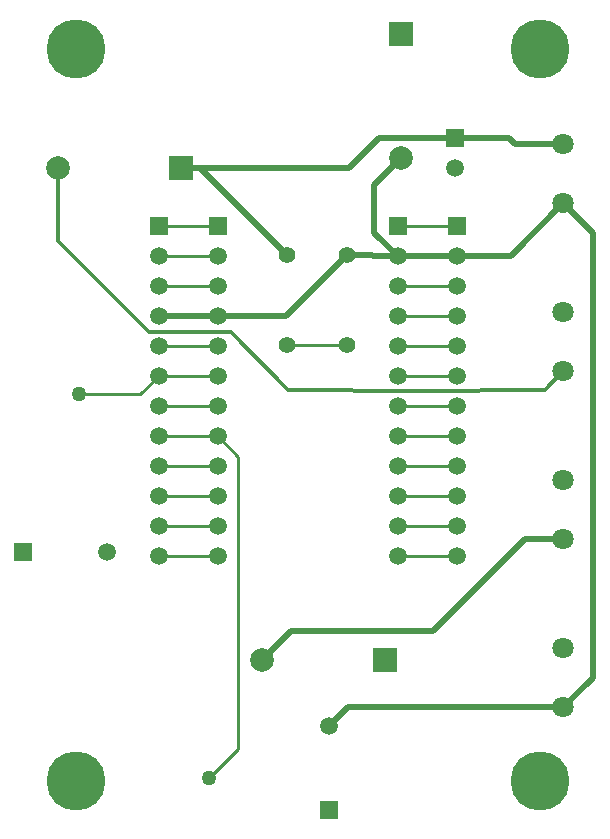
<source format=gbl>
%FSLAX25Y25*%
%MOIN*%
G70*
G01*
G75*
G04 Layer_Physical_Order=2*
G04 Layer_Color=16711680*
%ADD10R,0.04331X0.06693*%
%ADD11R,0.06693X0.04331*%
%ADD12R,0.06299X0.12992*%
%ADD13R,0.06299X0.04724*%
%ADD14R,0.24606X0.26772*%
%ADD15R,0.05906X0.11811*%
%ADD16C,0.01000*%
%ADD17C,0.01969*%
%ADD18C,0.05906*%
%ADD19R,0.05906X0.05906*%
%ADD20C,0.19685*%
%ADD21C,0.07100*%
%ADD22C,0.07874*%
%ADD23R,0.07874X0.07874*%
%ADD24R,0.07874X0.07874*%
%ADD25R,0.05906X0.05906*%
%ADD26C,0.05512*%
%ADD27C,0.05000*%
%ADD28C,0.01181*%
D16*
X55118Y204724D02*
X74803D01*
X55118Y194724D02*
X74803D01*
X55118Y184724D02*
X74803D01*
X134803D02*
X154488D01*
X134803Y204724D02*
X154488D01*
X134803Y124724D02*
X154488D01*
X134803Y114724D02*
X154488D01*
X134803Y104724D02*
X154488D01*
X134803Y94724D02*
X154488D01*
X55118D02*
X74803D01*
X55118Y104724D02*
X74803D01*
X55118Y114724D02*
X74803D01*
X55118Y124724D02*
X74803D01*
X55118Y134724D02*
X74803D01*
X55118Y144724D02*
X74803D01*
X55118Y154724D02*
X74803D01*
X55118Y164724D02*
X74803D01*
X134803D02*
X154488D01*
X134803Y154724D02*
X154488D01*
X134803Y144724D02*
X154488D01*
X98000Y165000D02*
X118000D01*
X134803Y134724D02*
X154488D01*
X134803Y174724D02*
X154488D01*
X28543Y148622D02*
X49016D01*
X55118Y154724D01*
X71850Y20669D02*
X81693Y30512D01*
Y127835D01*
X74803Y134724D02*
X81693Y127835D01*
D17*
X118000Y195000D02*
X126200D01*
X126476Y194724D01*
X134803D01*
X154488D01*
X55118Y174724D02*
X74803D01*
X97724D01*
X118000Y195000D01*
X172409Y194724D02*
X190000Y212315D01*
X154488Y194724D02*
X172409D01*
X112000Y37976D02*
X118339Y44315D01*
X190000D01*
X154000Y234000D02*
X172000D01*
X174000Y232000D01*
X190000D01*
X177087Y100315D02*
X190000D01*
X89409Y60000D02*
X99291Y69882D01*
X146653D02*
X177087Y100315D01*
X99291Y69882D02*
X146653D01*
X128685Y234000D02*
X154000D01*
X118685Y224000D02*
X128685Y234000D01*
X69000Y224000D02*
X98000Y195000D01*
X62591Y224000D02*
X69000D01*
X118685D01*
X126969Y202559D02*
X134803Y194724D01*
X126969Y202559D02*
Y218378D01*
X134000Y225409D01*
X136000D01*
X190000Y212315D02*
X199803Y202512D01*
X190000Y44315D02*
X199803Y54118D01*
Y202512D01*
D18*
X154000Y224000D02*
D03*
X74803Y194724D02*
D03*
Y184724D02*
D03*
Y174724D02*
D03*
Y164724D02*
D03*
Y154724D02*
D03*
Y144724D02*
D03*
Y134724D02*
D03*
Y124724D02*
D03*
Y114724D02*
D03*
Y104724D02*
D03*
Y94724D02*
D03*
X134803Y194724D02*
D03*
Y184724D02*
D03*
Y174724D02*
D03*
Y164724D02*
D03*
Y154724D02*
D03*
Y144724D02*
D03*
Y134724D02*
D03*
Y124724D02*
D03*
Y114724D02*
D03*
Y104724D02*
D03*
Y94724D02*
D03*
X55118Y194724D02*
D03*
Y184724D02*
D03*
Y174724D02*
D03*
Y164724D02*
D03*
Y154724D02*
D03*
Y144724D02*
D03*
Y134724D02*
D03*
Y124724D02*
D03*
Y114724D02*
D03*
Y104724D02*
D03*
Y94724D02*
D03*
X154488Y194724D02*
D03*
Y184724D02*
D03*
Y174724D02*
D03*
Y164724D02*
D03*
Y154724D02*
D03*
Y144724D02*
D03*
Y134724D02*
D03*
Y124724D02*
D03*
Y114724D02*
D03*
Y104724D02*
D03*
Y94724D02*
D03*
X112000Y37976D02*
D03*
X37976Y96000D02*
D03*
D19*
X154000Y234000D02*
D03*
X74803Y204724D02*
D03*
X134803D02*
D03*
X55118D02*
D03*
X154488D02*
D03*
X112000Y10024D02*
D03*
D20*
X27559Y19685D02*
D03*
Y263780D02*
D03*
X182283D02*
D03*
Y19685D02*
D03*
D21*
X190000Y232000D02*
D03*
Y212315D02*
D03*
Y176000D02*
D03*
Y156315D02*
D03*
Y120000D02*
D03*
Y100315D02*
D03*
Y64000D02*
D03*
Y44315D02*
D03*
D22*
X136000Y227409D02*
D03*
X89409Y60000D02*
D03*
X21409Y224000D02*
D03*
D23*
X136000Y268591D02*
D03*
D24*
X130591Y60000D02*
D03*
X62591Y224000D02*
D03*
D25*
X10024Y96000D02*
D03*
D26*
X98000Y165000D02*
D03*
Y195000D02*
D03*
X118000D02*
D03*
Y165000D02*
D03*
D27*
X28543Y148622D02*
D03*
X71850Y20669D02*
D03*
D28*
X21409Y199791D02*
Y224000D01*
Y199791D02*
X51909Y169291D01*
X79209D01*
X98300Y150200D01*
X119696D01*
X120290Y149606D01*
X161895D01*
X162489Y150200D01*
X183885D01*
X190000Y156315D01*
M02*

</source>
